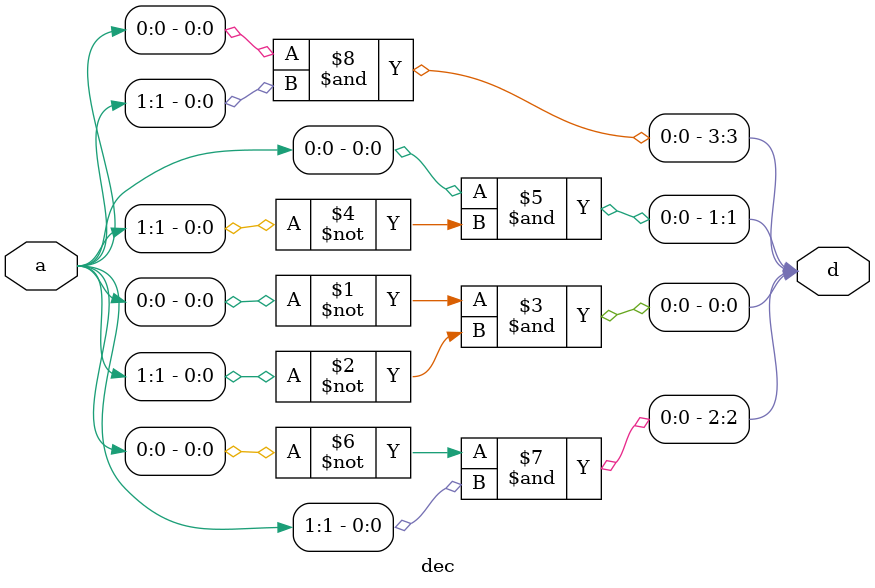
<source format=v>
module dec(a,d);
	input[1:0] a;
	output[3:0] d;
	wire[1:0] a;
	wire[3:0] d;
	assign d[0] = ~(a[0])&~(a[1]);
	assign d[1] = a[0]&~(a[1]);
	assign d[2] = ~a[0]&a[1];
	assign d[3] = a[0]&a[1];
endmodule

</source>
